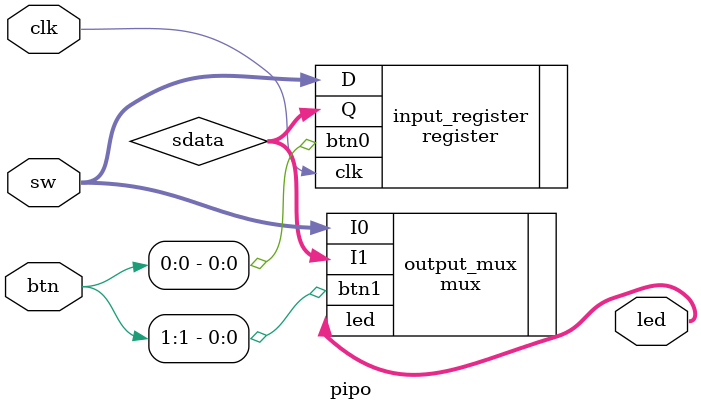
<source format=v>
`timescale 1ns / 1ps


module pipo(
input [7:0] sw,
input [1:0] btn,
input clk, 
output [7:0] led
    );
 wire [7:0] sdata;
 
 register input_register(
 .btn0(btn[0]),
 .D(sw),
 .clk(clk),
 .Q(sdata)
 );
 
 mux output_mux (
 .I0(sw),
 .I1(sdata),
 .btn1(btn[1]),
 .led(led)
 );
 
endmodule

</source>
